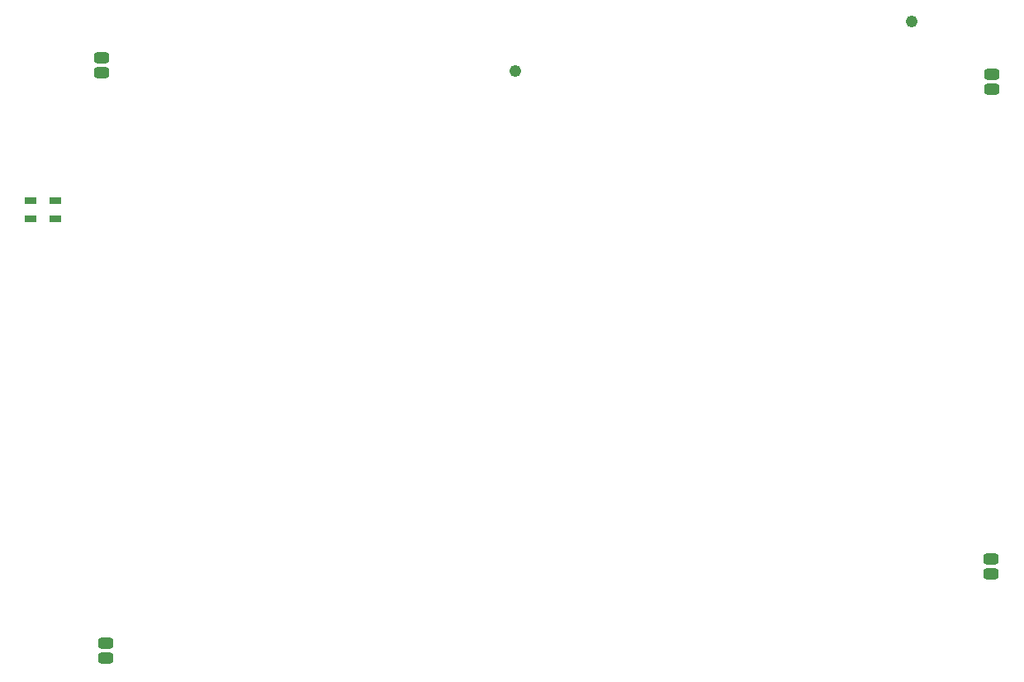
<source format=gbp>
G04 Layer_Color=128*
%FSLAX25Y25*%
%MOIN*%
G70*
G01*
G75*
%ADD287R,0.04721X0.03146*%
G04:AMPARAMS|DCode=288|XSize=44mil|YSize=61mil|CornerRadius=10.5mil|HoleSize=0mil|Usage=FLASHONLY|Rotation=270.000|XOffset=0mil|YOffset=0mil|HoleType=Round|Shape=RoundedRectangle|*
%AMROUNDEDRECTD288*
21,1,0.04400,0.04000,0,0,270.0*
21,1,0.02300,0.06100,0,0,270.0*
1,1,0.02100,-0.02000,-0.01150*
1,1,0.02100,-0.02000,0.01150*
1,1,0.02100,0.02000,0.01150*
1,1,0.02100,0.02000,-0.01150*
%
%ADD288ROUNDEDRECTD288*%
G04:AMPARAMS|DCode=289|XSize=48mil|YSize=48mil|CornerRadius=24mil|HoleSize=0mil|Usage=FLASHONLY|Rotation=270.000|XOffset=0mil|YOffset=0mil|HoleType=Round|Shape=RoundedRectangle|*
%AMROUNDEDRECTD289*
21,1,0.04800,0.00000,0,0,270.0*
21,1,0.00000,0.04800,0,0,270.0*
1,1,0.04800,0.00000,0.00000*
1,1,0.04800,0.00000,0.00000*
1,1,0.04800,0.00000,0.00000*
1,1,0.04800,0.00000,0.00000*
%
%ADD289ROUNDEDRECTD289*%
G54D287*
X5825Y189267D02*
D03*
Y181983D02*
D03*
X16025Y189267D02*
D03*
Y181983D02*
D03*
G54D288*
X393825Y240325D02*
D03*
Y234325D02*
D03*
X36425Y10825D02*
D03*
Y4825D02*
D03*
X34625Y246925D02*
D03*
Y240925D02*
D03*
X393700Y38700D02*
D03*
Y44700D02*
D03*
G54D289*
X201600Y241600D02*
D03*
X361600Y261600D02*
D03*
M02*

</source>
